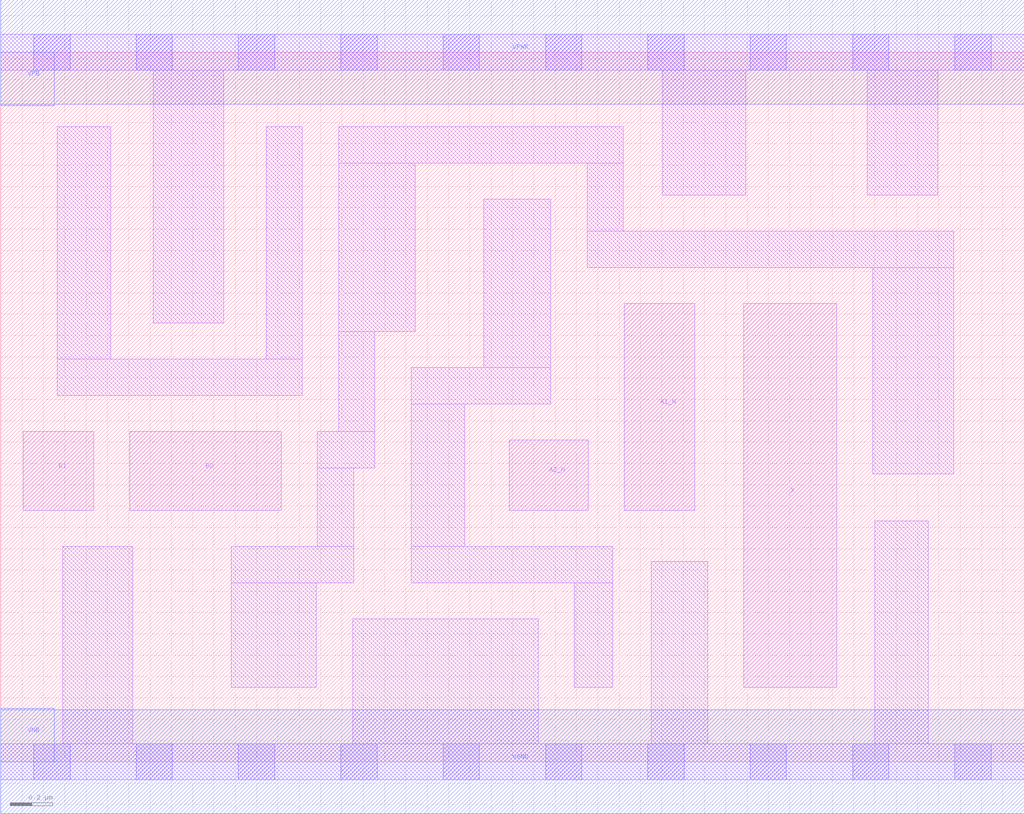
<source format=lef>
# Copyright 2020 The SkyWater PDK Authors
#
# Licensed under the Apache License, Version 2.0 (the "License");
# you may not use this file except in compliance with the License.
# You may obtain a copy of the License at
#
#     https://www.apache.org/licenses/LICENSE-2.0
#
# Unless required by applicable law or agreed to in writing, software
# distributed under the License is distributed on an "AS IS" BASIS,
# WITHOUT WARRANTIES OR CONDITIONS OF ANY KIND, either express or implied.
# See the License for the specific language governing permissions and
# limitations under the License.
#
# SPDX-License-Identifier: Apache-2.0

VERSION 5.5 ;
NAMESCASESENSITIVE ON ;
BUSBITCHARS "[]" ;
DIVIDERCHAR "/" ;
MACRO sky130_fd_sc_ms__a2bb2o_2
  CLASS CORE ;
  SOURCE USER ;
  ORIGIN  0.000000  0.000000 ;
  SIZE  4.800000 BY  3.330000 ;
  SYMMETRY X Y ;
  SITE unit ;
  PIN A1_N
    ANTENNAGATEAREA  0.233000 ;
    DIRECTION INPUT ;
    USE SIGNAL ;
    PORT
      LAYER li1 ;
        RECT 2.925000 1.180000 3.255000 2.150000 ;
    END
  END A1_N
  PIN A2_N
    ANTENNAGATEAREA  0.233000 ;
    DIRECTION INPUT ;
    USE SIGNAL ;
    PORT
      LAYER li1 ;
        RECT 2.385000 1.180000 2.755000 1.510000 ;
    END
  END A2_N
  PIN B1
    ANTENNAGATEAREA  0.261000 ;
    DIRECTION INPUT ;
    USE SIGNAL ;
    PORT
      LAYER li1 ;
        RECT 0.105000 1.180000 0.435000 1.550000 ;
    END
  END B1
  PIN B2
    ANTENNAGATEAREA  0.261000 ;
    DIRECTION INPUT ;
    USE SIGNAL ;
    PORT
      LAYER li1 ;
        RECT 0.605000 1.180000 1.315000 1.550000 ;
    END
  END B2
  PIN X
    ANTENNADIFFAREA  0.543200 ;
    DIRECTION OUTPUT ;
    USE SIGNAL ;
    PORT
      LAYER li1 ;
        RECT 3.485000 0.350000 3.920000 2.150000 ;
    END
  END X
  PIN VGND
    DIRECTION INOUT ;
    USE GROUND ;
    PORT
      LAYER met1 ;
        RECT 0.000000 -0.245000 4.800000 0.245000 ;
    END
  END VGND
  PIN VNB
    DIRECTION INOUT ;
    USE GROUND ;
    PORT
    END
  END VNB
  PIN VPB
    DIRECTION INOUT ;
    USE POWER ;
    PORT
    END
  END VPB
  PIN VNB
    DIRECTION INOUT ;
    USE GROUND ;
    PORT
      LAYER met1 ;
        RECT 0.000000 0.000000 0.250000 0.250000 ;
    END
  END VNB
  PIN VPB
    DIRECTION INOUT ;
    USE POWER ;
    PORT
      LAYER met1 ;
        RECT 0.000000 3.080000 0.250000 3.330000 ;
    END
  END VPB
  PIN VPWR
    DIRECTION INOUT ;
    USE POWER ;
    PORT
      LAYER met1 ;
        RECT 0.000000 3.085000 4.800000 3.575000 ;
    END
  END VPWR
  OBS
    LAYER li1 ;
      RECT 0.000000 -0.085000 4.800000 0.085000 ;
      RECT 0.000000  3.245000 4.800000 3.415000 ;
      RECT 0.265000  1.720000 1.415000 1.890000 ;
      RECT 0.265000  1.890000 0.515000 2.980000 ;
      RECT 0.290000  0.085000 0.620000 1.010000 ;
      RECT 0.715000  2.060000 1.045000 3.245000 ;
      RECT 1.080000  0.350000 1.480000 0.840000 ;
      RECT 1.080000  0.840000 1.655000 1.010000 ;
      RECT 1.245000  1.890000 1.415000 2.980000 ;
      RECT 1.485000  1.010000 1.655000 1.380000 ;
      RECT 1.485000  1.380000 1.755000 1.550000 ;
      RECT 1.585000  1.550000 1.755000 2.020000 ;
      RECT 1.585000  2.020000 1.945000 2.810000 ;
      RECT 1.585000  2.810000 2.920000 2.980000 ;
      RECT 1.650000  0.085000 2.520000 0.670000 ;
      RECT 1.925000  0.840000 2.870000 1.010000 ;
      RECT 1.925000  1.010000 2.175000 1.680000 ;
      RECT 1.925000  1.680000 2.580000 1.850000 ;
      RECT 2.265000  1.850000 2.580000 2.640000 ;
      RECT 2.690000  0.350000 2.870000 0.840000 ;
      RECT 2.750000  2.320000 4.470000 2.490000 ;
      RECT 2.750000  2.490000 2.920000 2.810000 ;
      RECT 3.050000  0.085000 3.315000 0.940000 ;
      RECT 3.105000  2.660000 3.495000 3.245000 ;
      RECT 4.065000  2.660000 4.395000 3.245000 ;
      RECT 4.090000  1.350000 4.470000 2.320000 ;
      RECT 4.100000  0.085000 4.350000 1.130000 ;
    LAYER mcon ;
      RECT 0.155000 -0.085000 0.325000 0.085000 ;
      RECT 0.155000  3.245000 0.325000 3.415000 ;
      RECT 0.635000 -0.085000 0.805000 0.085000 ;
      RECT 0.635000  3.245000 0.805000 3.415000 ;
      RECT 1.115000 -0.085000 1.285000 0.085000 ;
      RECT 1.115000  3.245000 1.285000 3.415000 ;
      RECT 1.595000 -0.085000 1.765000 0.085000 ;
      RECT 1.595000  3.245000 1.765000 3.415000 ;
      RECT 2.075000 -0.085000 2.245000 0.085000 ;
      RECT 2.075000  3.245000 2.245000 3.415000 ;
      RECT 2.555000 -0.085000 2.725000 0.085000 ;
      RECT 2.555000  3.245000 2.725000 3.415000 ;
      RECT 3.035000 -0.085000 3.205000 0.085000 ;
      RECT 3.035000  3.245000 3.205000 3.415000 ;
      RECT 3.515000 -0.085000 3.685000 0.085000 ;
      RECT 3.515000  3.245000 3.685000 3.415000 ;
      RECT 3.995000 -0.085000 4.165000 0.085000 ;
      RECT 3.995000  3.245000 4.165000 3.415000 ;
      RECT 4.475000 -0.085000 4.645000 0.085000 ;
      RECT 4.475000  3.245000 4.645000 3.415000 ;
  END
END sky130_fd_sc_ms__a2bb2o_2
END LIBRARY

</source>
